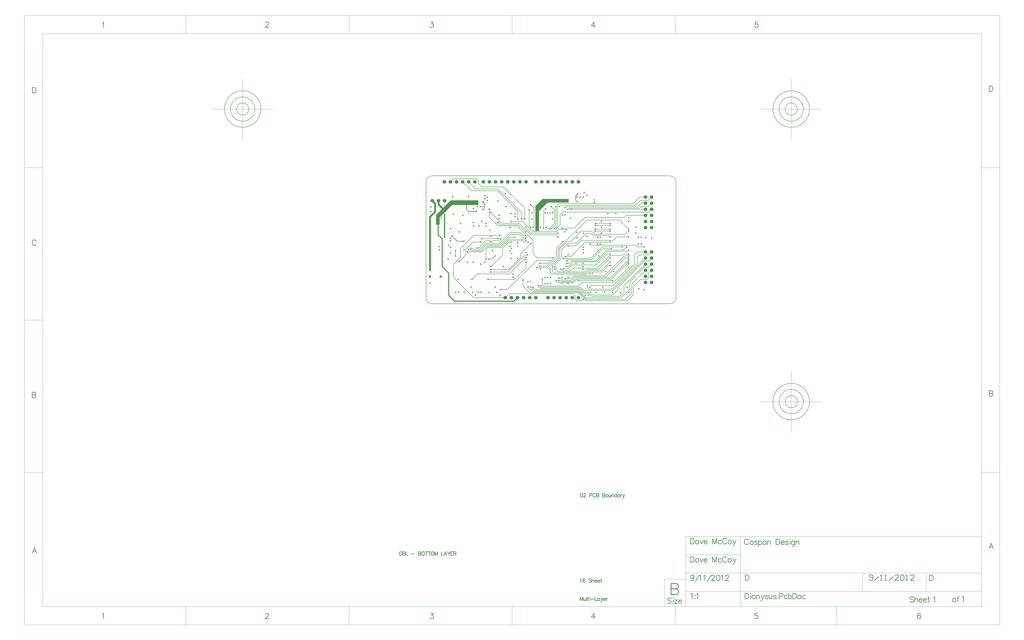
<source format=gbl>
%FSLAX25Y25*%
%MOIN*%
G70*
G01*
G75*
G04 Layer_Physical_Order=4*
G04 Layer_Color=16711680*
%ADD10R,0.02953X0.02559*%
%ADD11R,0.09843X0.03543*%
%ADD12R,0.00984X0.03150*%
%ADD13R,0.02559X0.02953*%
%ADD14R,0.04331X0.12598*%
%ADD15R,0.05906X0.05118*%
%ADD16R,0.02362X0.01969*%
%ADD17R,0.01969X0.02362*%
%ADD18R,0.01772X0.03937*%
%ADD19R,0.02362X0.03937*%
%ADD20R,0.02756X0.01969*%
%ADD21R,0.01969X0.02756*%
%ADD22R,0.07874X0.04724*%
%ADD23O,0.07087X0.01181*%
%ADD24O,0.01181X0.07087*%
%ADD25R,0.05315X0.01575*%
%ADD26R,0.05512X0.06299*%
%ADD27R,0.07087X0.07480*%
%ADD28R,0.05118X0.09055*%
%ADD29R,0.07087X0.11811*%
%ADD30R,0.04921X0.07284*%
%ADD31R,0.07480X0.02835*%
%ADD32R,0.04921X0.01378*%
%ADD33O,0.06102X0.02165*%
%ADD34C,0.00600*%
%ADD35C,0.01000*%
%ADD36C,0.02000*%
%ADD37C,0.03000*%
%ADD38C,0.01500*%
%ADD39C,0.00400*%
%ADD40C,0.00200*%
%ADD41C,0.01400*%
%ADD42C,0.06000*%
%ADD43C,0.03937*%
%ADD44C,0.05906*%
%ADD45C,0.02400*%
%ADD46C,0.04000*%
%ADD47C,0.14900*%
%ADD48C,0.06400*%
G04:AMPARAMS|DCode=49|XSize=80mil|YSize=80mil|CornerRadius=0mil|HoleSize=0mil|Usage=FLASHONLY|Rotation=0.000|XOffset=0mil|YOffset=0mil|HoleType=Round|Shape=Relief|Width=8mil|Gap=10mil|Entries=4|*
%AMTHD49*
7,0,0,0.08000,0.06000,0.00800,45*
%
%ADD49THD49*%
%ADD50C,0.09400*%
%ADD51C,0.03400*%
G04:AMPARAMS|DCode=52|XSize=50mil|YSize=50mil|CornerRadius=0mil|HoleSize=0mil|Usage=FLASHONLY|Rotation=0.000|XOffset=0mil|YOffset=0mil|HoleType=Round|Shape=Relief|Width=8mil|Gap=10mil|Entries=4|*
%AMTHD52*
7,0,0,0.05000,0.03000,0.00800,45*
%
%ADD52THD52*%
G36*
X234800Y166500D02*
X200300D01*
X186300Y152500D01*
Y119900D01*
X180300D01*
Y160900D01*
X192000Y172600D01*
X234800D01*
Y166500D01*
D02*
G37*
G36*
X86400Y162400D02*
X43600D01*
X23300Y142100D01*
Y130100D01*
X17200D01*
Y146100D01*
X41200Y170100D01*
X86400D01*
Y162400D01*
D02*
G37*
D34*
X162800Y139400D02*
Y157500D01*
X128000Y192300D02*
X162800Y157500D01*
X92500Y192300D02*
X128000D01*
X151600Y139400D02*
Y152100D01*
X117800Y185900D02*
X151600Y152100D01*
X75300Y185900D02*
X117800D01*
X87300Y197500D02*
X92500Y192300D01*
X87300Y197500D02*
Y202900D01*
X84700Y205500D02*
X87300Y202900D01*
X45900Y205500D02*
X84700D01*
X157765Y139400D02*
Y150035D01*
X118800Y189000D02*
X157765Y150035D01*
X82200Y189000D02*
X118800D01*
X70800Y200400D02*
X82200Y189000D01*
X60800Y200400D02*
X75300Y185900D01*
X145900Y40400D02*
X164800Y59300D01*
X102700Y40400D02*
X145900D01*
X164800Y59300D02*
Y69000D01*
X134300Y23400D02*
X182500Y71600D01*
X347500Y94000D02*
X358493D01*
X366000Y50600D02*
X370800Y55400D01*
X366000Y42700D02*
Y50600D01*
X363900Y40600D02*
X366000Y42700D01*
X338400Y33000D02*
X360800Y55400D01*
X338400Y18500D02*
Y33000D01*
X335100Y36600D02*
X358700Y60200D01*
X335100Y24600D02*
Y36600D01*
X365600Y60200D02*
X370800Y65400D01*
X358700Y60200D02*
X365600D01*
X350100Y80600D02*
X366000D01*
X347400Y77900D02*
X350100Y80600D01*
X347400Y65600D02*
Y77900D01*
X347200Y85400D02*
X360800D01*
X342700Y80900D02*
X347200Y85400D01*
X342700Y65300D02*
Y80900D01*
X325700Y30300D02*
X360800Y65400D01*
X325700Y20000D02*
Y30300D01*
X315600Y27200D02*
X359000Y70600D01*
X315600Y23800D02*
Y27200D01*
X306600Y14800D02*
X315600Y23800D01*
X366000Y70600D02*
X370800Y75400D01*
X359000Y70600D02*
X366000D01*
X306500Y24700D02*
X347400Y65600D01*
X307700Y22300D02*
X360800Y75400D01*
X260000Y22300D02*
X307700D01*
X254700Y27600D02*
X260000Y22300D01*
X366000Y80600D02*
X370800Y85400D01*
X307800Y30400D02*
X342700Y65300D01*
X353100Y40600D02*
X363900D01*
X341300Y28800D02*
X353100Y40600D01*
X351200Y175400D02*
X360800D01*
X340600Y164800D02*
X351200Y175400D01*
X219000Y164800D02*
X340600D01*
X352400Y170300D02*
X365700D01*
X344300Y162200D02*
X352400Y170300D01*
X221500Y162200D02*
X344300D01*
X365700Y170300D02*
X370800Y175400D01*
X353400Y165400D02*
X360800D01*
X347800Y159800D02*
X353400Y165400D01*
X230700Y159800D02*
X347800D01*
X354300Y160200D02*
X365600D01*
X351600Y157500D02*
X354300Y160200D01*
X235500Y157500D02*
X351600D01*
X365600Y160200D02*
X370800Y165400D01*
X366300Y150900D02*
X370800Y155400D01*
X325800Y142200D02*
X329000Y145400D01*
X360800D01*
X225900Y57400D02*
X233500D01*
X240250Y64150D01*
X224400Y54900D02*
X238400D01*
X221900Y57400D02*
X224400Y54900D01*
X139000Y104000D02*
X160200D01*
X126700Y91700D02*
X139000Y104000D01*
X137900Y106300D02*
X162795D01*
X138100Y109400D02*
X146300D01*
X138800Y113900D02*
X155500D01*
X121900Y97000D02*
X138800Y113900D01*
X160200Y104000D02*
X162700Y101500D01*
X139000Y117700D02*
X155600D01*
X120300Y99000D02*
X139000Y117700D01*
X98721Y103779D02*
X120221D01*
X162795Y106300D02*
X164700Y104395D01*
X161068Y108332D02*
X164700D01*
X155500Y113900D02*
X161068Y108332D01*
X161031Y112269D02*
X164700D01*
X155600Y117700D02*
X161031Y112269D01*
X162800Y115400D02*
X165100D01*
X150100Y128100D02*
X162800Y115400D01*
X119200Y128100D02*
X150100D01*
X153600Y132400D02*
X162900Y123100D01*
X125000Y132400D02*
X153600D01*
X106900Y150500D02*
X125000Y132400D01*
X104700Y142600D02*
X119200Y128100D01*
X161500Y120400D02*
X165700D01*
X151600Y130300D02*
X161500Y120400D01*
X122000Y130300D02*
X151600D01*
X162900Y123100D02*
X166500D01*
X104700Y142600D02*
Y155500D01*
X118700Y133600D02*
X122000Y130300D01*
X108900Y73900D02*
X113900Y78900D01*
X103300Y73900D02*
X108900D01*
X107300Y52500D02*
X135200D01*
X163100Y80400D02*
X167300D01*
X135200Y52500D02*
X163100Y80400D01*
X137444Y49500D02*
X164780Y76836D01*
X193800Y124400D02*
Y153400D01*
X211600Y132200D02*
Y154700D01*
X202800Y123400D02*
X211600Y132200D01*
X213800Y159700D02*
X214000Y159900D01*
X213800Y130500D02*
Y159700D01*
X206700Y123400D02*
X213800Y130500D01*
X216300Y128600D02*
Y162100D01*
X211100Y123400D02*
X216300Y128600D01*
X215600Y124490D02*
X220800Y129690D01*
X176400Y82400D02*
Y104100D01*
X217800Y122100D02*
X231300D01*
X214500Y118800D02*
X217800Y122100D01*
X318000Y138000D02*
X332900Y123100D01*
X345054Y96446D02*
X347500Y94000D01*
X176200Y118800D02*
X214500D01*
X159500Y135500D02*
X176200Y118800D01*
X139900Y135500D02*
X159500D01*
X176662Y125962D02*
X178000Y127300D01*
X268400Y17600D02*
X273400Y12600D01*
X270400Y19700D02*
X275300Y14800D01*
X46100Y65500D02*
X57200Y76600D01*
Y90900D01*
X259600Y19700D02*
X270400D01*
X308600Y35400D02*
X328900Y55700D01*
X256800Y35400D02*
X308600D01*
X328900Y55700D02*
Y61910D01*
X250435Y38400D02*
X307000D01*
X327879Y114500D02*
X333170Y119791D01*
X278200Y119771D02*
X302791D01*
X278200Y122921D02*
X302791D01*
X278550Y129220D02*
X302791D01*
X278550Y132369D02*
X302791D01*
X165700Y120400D02*
X172500Y113600D01*
X173400Y116200D02*
X217500D01*
X166500Y123100D02*
X173400Y116200D01*
X302768Y69400D02*
X302791Y69377D01*
X326126Y78826D02*
X333218D01*
X294200Y46900D02*
X326126Y78826D01*
X327376Y75676D02*
X333218D01*
X296600Y44900D02*
X327376Y75676D01*
X303591Y42900D02*
X333218Y72527D01*
X304841Y41000D02*
X333218Y69377D01*
X328900Y61910D02*
X333218Y66228D01*
X230800Y61857D02*
X234557D01*
X331143Y86200D02*
X333218Y88275D01*
X324700Y88400D02*
X330200Y93900D01*
X313622Y110322D02*
X333218D01*
X304400Y101100D02*
X313622Y110322D01*
X170300Y128350D02*
Y154900D01*
Y128350D02*
X172725Y125925D01*
X159800Y29800D02*
Y39700D01*
X257000Y6100D02*
X258400Y7500D01*
X247500Y6100D02*
X257000D01*
X258800Y17600D02*
X268400D01*
X245500Y8100D02*
Y13200D01*
Y8100D02*
X247500Y6100D01*
X165100Y115400D02*
X176400Y104100D01*
X57200Y90900D02*
X79300Y113000D01*
X122400D01*
X91842Y107258D02*
X118800D01*
X176662Y125962D02*
X176794Y126094D01*
X49300Y79000D02*
Y87500D01*
X191400Y31800D02*
Y41300D01*
Y31800D02*
X193800Y29400D01*
X250800D01*
X256800Y35400D01*
X189300Y29900D02*
X191600Y27600D01*
X254700D01*
X185300Y29900D02*
X189700Y25500D01*
X253800D01*
X259600Y19700D01*
X176300Y27900D02*
X180400Y23800D01*
X252600D01*
X258800Y17600D01*
X172400Y27900D02*
X178400Y21900D01*
X251500D01*
X263200Y10200D01*
X168300Y27900D02*
X175900Y20300D01*
X250900D01*
X263300Y7900D01*
X159800Y29800D02*
X170900Y18700D01*
X250200D01*
X263500Y5400D01*
X241800Y16900D02*
X245500Y13200D01*
X264100Y48900D02*
X267800Y52600D01*
X262700Y50900D02*
X266600Y54800D01*
X288169D01*
X302768Y69400D01*
X267800Y52600D02*
X289200D01*
X299678Y63078D01*
X302791D01*
X260800Y52900D02*
X264800Y56900D01*
X284015D01*
X302791Y75676D01*
X238400Y54900D02*
X242300Y58800D01*
X281400D01*
X302200Y79600D02*
X321400D01*
X323776Y81976D01*
X333218D01*
X280050Y64150D02*
X297876Y81976D01*
X302791D01*
X281400Y58800D02*
X302200Y79600D01*
X240250Y64150D02*
X280050D01*
X298300Y86200D02*
X331143D01*
X297500Y88400D02*
X324700D01*
X290600Y90900D02*
X304800D01*
X290000Y93900D02*
X322800D01*
X264800Y138000D02*
X318000D01*
X238900Y102900D02*
X255700Y119700D01*
X272600D01*
X277800Y114500D01*
X327879D01*
X300813Y112300D02*
X302791Y110322D01*
X275400Y112300D02*
X300813D01*
X247700Y100000D02*
X263800Y116100D01*
X271600D01*
X275400Y112300D01*
X261600Y101100D02*
X304400D01*
X272054Y96446D02*
X345054D01*
X269800Y98700D02*
X272054Y96446D01*
X234557Y61857D02*
X241900Y69200D01*
X281300D01*
X298300Y86200D01*
X235137Y66500D02*
X239537Y70900D01*
X280000D01*
X297500Y88400D01*
X272600Y72900D02*
X290600Y90900D01*
X225800Y74900D02*
X271000D01*
X290000Y93900D01*
X212300Y60895D02*
Y61300D01*
X217300Y52900D02*
X260800D01*
X214800Y55400D02*
X217300Y52900D01*
X214800Y55400D02*
Y58394D01*
X212300Y60895D02*
X214800Y58394D01*
X208158Y61400D02*
X208200Y61358D01*
X204221Y52679D02*
Y57238D01*
Y52679D02*
X208000Y48900D01*
X264100D01*
X208200Y53700D02*
Y61358D01*
Y53700D02*
X211000Y50900D01*
X262700D01*
X172500Y113600D02*
X214201D01*
X212500Y64300D02*
X222600Y74400D01*
Y88700D01*
X233900Y100000D01*
X247700D01*
X232200Y102900D02*
X238900D01*
X219400Y90100D02*
X232200Y102900D01*
X219400Y74400D02*
Y90100D01*
X211600Y66600D02*
X219400Y74400D01*
X182800Y59900D02*
X200300D01*
X204700Y64300D01*
X212500D01*
X187300Y62300D02*
X198900D01*
X203200Y66600D01*
X211600D01*
X217300Y90500D02*
X264800Y138000D01*
X187300Y67000D02*
X200300D01*
X202700Y69400D01*
X217300Y75500D02*
Y90500D01*
X202700Y69400D02*
X211200D01*
X217300Y75500D01*
X182500Y71600D02*
X209100D01*
X214600Y77100D01*
X176400Y82400D02*
X183000Y75800D01*
X209300D01*
X214600Y77100D02*
Y91700D01*
X225350Y102450D01*
X86942Y92000D02*
X98721Y103779D01*
X74547Y89400D02*
X76747Y87200D01*
X70279Y89379D02*
X72900Y92000D01*
X76400D01*
X79400Y89000D01*
X84300Y92000D02*
X86942D01*
X172300Y163300D02*
X178000Y157600D01*
Y127300D02*
Y157600D01*
X223906Y124490D02*
X243990D01*
X261700Y142200D02*
X325800D01*
X243990Y124490D02*
X261700Y142200D01*
X219200Y159900D02*
X221500Y162200D01*
X216300Y162100D02*
X219000Y164800D01*
X206300Y160000D02*
X211600Y154700D01*
X193800Y153400D02*
X197100Y156700D01*
X272400Y30400D02*
X307800D01*
X275300Y14800D02*
X306600D01*
X273400Y12600D02*
X318300D01*
X325700Y20000D01*
X263200Y10200D02*
X320700D01*
X335100Y24600D01*
X263300Y7900D02*
X327800D01*
X338400Y18500D01*
X331400Y5400D02*
X341300Y15300D01*
X263500Y5400D02*
X331400D01*
X341300Y15300D02*
Y28800D01*
X40800Y200400D02*
X45900Y205500D01*
X65900Y80600D02*
Y89900D01*
X55200Y69900D02*
X65900Y80600D01*
X238400Y155400D02*
X360800D01*
X233500Y155500D02*
X235500Y157500D01*
X229000Y158100D02*
X230700Y159800D01*
X220800Y129690D02*
Y146300D01*
X225400Y150900D01*
X366300D01*
X233800Y95400D02*
X246700D01*
X255323Y104023D01*
X302791D01*
X229500Y78000D02*
X238500D01*
X261600Y101100D01*
X214201Y113600D02*
X217500Y110301D01*
X162700Y101500D02*
X168500D01*
X232000Y71000D02*
X233900Y72900D01*
X272600D01*
X231900Y66500D02*
X235137D01*
X214064Y38500D02*
X216964Y35600D01*
X269500Y27500D02*
X272400Y30400D01*
X265500Y26800D02*
X267600Y24700D01*
X306500D01*
X265500Y26800D02*
Y30500D01*
X216964Y35600D02*
X243100D01*
X248500Y41000D01*
X304841D01*
X241500Y37000D02*
X247400Y42900D01*
X303591D01*
X245600Y44900D02*
X296600D01*
X218500Y42500D02*
X221460D01*
X218500Y38500D02*
X221900D01*
X223400Y37000D01*
X241500D01*
X221460Y42500D02*
X225060Y38900D01*
X239600D01*
X245600Y44900D01*
X229000Y41500D02*
X238500D01*
X243900Y46900D01*
X294200D01*
X120221Y103779D02*
X123700Y107258D01*
Y95000D02*
X138100Y109400D01*
X124500Y92900D02*
X137900Y106300D01*
X79400Y89000D02*
X87500D01*
X97500Y99000D01*
X120300D01*
X76747Y87200D02*
X89900D01*
X99700Y97000D01*
X121900D01*
X68800Y85400D02*
X91800D01*
X101400Y95000D01*
X123700D01*
X99300Y74000D02*
Y90200D01*
X102000Y92900D01*
X124500D01*
X155800Y82300D02*
X173000Y99500D01*
X107300Y56900D02*
X136400D01*
X155800Y76300D01*
Y82300D01*
X107250Y61950D02*
X108250D01*
X126700Y80400D01*
Y91700D01*
X65900Y89900D02*
X78000Y102000D01*
X91000D01*
X123100Y23400D02*
X134300D01*
X46100Y43300D02*
Y65500D01*
X199375Y17000D02*
X199475Y16900D01*
X241800D01*
X46100Y43300D02*
X78961Y10439D01*
X130839D01*
X137400Y17000D01*
X199375D01*
X76200Y40400D02*
X85300Y49500D01*
X137444D01*
X400800Y400D02*
G03*
X410800Y10400I0J10000D01*
G01*
Y200400D02*
G03*
X400800Y210400I-10000J0D01*
G01*
X10800D02*
G03*
X800Y200400I0J-10000D01*
G01*
Y10400D02*
G03*
X10800Y400I10000J0D01*
G01*
X-270000Y320000D02*
G03*
X-270000Y320000I-30000J0D01*
G01*
X-280000D02*
G03*
X-280000Y320000I-20000J0D01*
G01*
X-290000D02*
G03*
X-290000Y320000I-10000J0D01*
G01*
X630000D02*
G03*
X630000Y320000I-30000J0D01*
G01*
X620000D02*
G03*
X620000Y320000I-20000J0D01*
G01*
X610000D02*
G03*
X610000Y320000I-10000J0D01*
G01*
X630000Y-160000D02*
G03*
X630000Y-160000I-30000J0D01*
G01*
X620000D02*
G03*
X620000Y-160000I-20000J0D01*
G01*
X610000D02*
G03*
X610000Y-160000I-10000J0D01*
G01*
X10800Y210400D02*
X400800D01*
X410800Y10400D02*
Y200400D01*
X10800Y400D02*
X400800D01*
X800Y10400D02*
Y200400D01*
D35*
X51961Y103300D02*
X62757D01*
X43431Y111831D02*
X51961Y103300D01*
X70400Y152200D02*
X83200D01*
X67300Y155300D02*
X70400Y152200D01*
X67300Y155300D02*
Y164600D01*
X246300Y170700D02*
X249100Y167900D01*
X246300Y170700D02*
Y177400D01*
X249300Y180400D01*
X94100Y155000D02*
X97000Y157900D01*
Y164800D01*
X94300Y167500D02*
X97000Y164800D01*
X-38940Y-407615D02*
X-39226Y-407043D01*
X-39797Y-406472D01*
X-40369Y-406186D01*
X-41511D01*
X-42083Y-406472D01*
X-42654Y-407043D01*
X-42940Y-407615D01*
X-43225Y-408472D01*
Y-409900D01*
X-42940Y-410757D01*
X-42654Y-411328D01*
X-42083Y-411900D01*
X-41511Y-412185D01*
X-40369D01*
X-39797Y-411900D01*
X-39226Y-411328D01*
X-38940Y-410757D01*
Y-409900D01*
X-40369D02*
X-38940D01*
X-37569Y-406186D02*
Y-412185D01*
Y-406186D02*
X-34998D01*
X-34141Y-406472D01*
X-33856Y-406758D01*
X-33570Y-407329D01*
Y-407900D01*
X-33856Y-408472D01*
X-34141Y-408757D01*
X-34998Y-409043D01*
X-37569D02*
X-34998D01*
X-34141Y-409329D01*
X-33856Y-409614D01*
X-33570Y-410186D01*
Y-411043D01*
X-33856Y-411614D01*
X-34141Y-411900D01*
X-34998Y-412185D01*
X-37569D01*
X-32228Y-406186D02*
Y-412185D01*
X-28800D01*
X-23429Y-409614D02*
X-18288D01*
X-11803Y-406186D02*
Y-412185D01*
Y-406186D02*
X-9233D01*
X-8376Y-406472D01*
X-8090Y-406758D01*
X-7804Y-407329D01*
Y-407900D01*
X-8090Y-408472D01*
X-8376Y-408757D01*
X-9233Y-409043D01*
X-11803D02*
X-9233D01*
X-8376Y-409329D01*
X-8090Y-409614D01*
X-7804Y-410186D01*
Y-411043D01*
X-8090Y-411614D01*
X-8376Y-411900D01*
X-9233Y-412185D01*
X-11803D01*
X-4748Y-406186D02*
X-5319Y-406472D01*
X-5890Y-407043D01*
X-6176Y-407615D01*
X-6462Y-408472D01*
Y-409900D01*
X-6176Y-410757D01*
X-5890Y-411328D01*
X-5319Y-411900D01*
X-4748Y-412185D01*
X-3605D01*
X-3034Y-411900D01*
X-2462Y-411328D01*
X-2177Y-410757D01*
X-1891Y-409900D01*
Y-408472D01*
X-2177Y-407615D01*
X-2462Y-407043D01*
X-3034Y-406472D01*
X-3605Y-406186D01*
X-4748D01*
X1508D02*
Y-412185D01*
X-491Y-406186D02*
X3508D01*
X6221D02*
Y-412185D01*
X4222Y-406186D02*
X8221D01*
X10649D02*
X10078Y-406472D01*
X9506Y-407043D01*
X9221Y-407615D01*
X8935Y-408472D01*
Y-409900D01*
X9221Y-410757D01*
X9506Y-411328D01*
X10078Y-411900D01*
X10649Y-412185D01*
X11792D01*
X12363Y-411900D01*
X12934Y-411328D01*
X13220Y-410757D01*
X13506Y-409900D01*
Y-408472D01*
X13220Y-407615D01*
X12934Y-407043D01*
X12363Y-406472D01*
X11792Y-406186D01*
X10649D01*
X14905D02*
Y-412185D01*
Y-406186D02*
X17190Y-412185D01*
X19476Y-406186D02*
X17190Y-412185D01*
X19476Y-406186D02*
Y-412185D01*
X25903Y-406186D02*
Y-412185D01*
X29331D01*
X34558D02*
X32273Y-406186D01*
X29988Y-412185D01*
X30845Y-410186D02*
X33701D01*
X35958Y-406186D02*
X38243Y-409043D01*
Y-412185D01*
X40528Y-406186D02*
X38243Y-409043D01*
X45013Y-406186D02*
X41300D01*
Y-412185D01*
X45013D01*
X41300Y-409043D02*
X43585D01*
X46013Y-406186D02*
Y-412185D01*
Y-406186D02*
X48584D01*
X49441Y-406472D01*
X49726Y-406758D01*
X50012Y-407329D01*
Y-407900D01*
X49726Y-408472D01*
X49441Y-408757D01*
X48584Y-409043D01*
X46013D01*
X48012D02*
X50012Y-412185D01*
X255214Y-310501D02*
X254357Y-310787D01*
X253786Y-311644D01*
X253500Y-313072D01*
Y-313929D01*
X253786Y-315357D01*
X254357Y-316214D01*
X255214Y-316500D01*
X255785D01*
X256642Y-316214D01*
X257213Y-315357D01*
X257499Y-313929D01*
Y-313072D01*
X257213Y-311644D01*
X256642Y-310787D01*
X255785Y-310501D01*
X255214D01*
X259127Y-311930D02*
Y-311644D01*
X259413Y-311073D01*
X259699Y-310787D01*
X260270Y-310501D01*
X261413D01*
X261984Y-310787D01*
X262269Y-311073D01*
X262555Y-311644D01*
Y-312215D01*
X262269Y-312787D01*
X261698Y-313644D01*
X258842Y-316500D01*
X262841D01*
X268897Y-313644D02*
X271468D01*
X272324Y-313358D01*
X272610Y-313072D01*
X272896Y-312501D01*
Y-311644D01*
X272610Y-311073D01*
X272324Y-310787D01*
X271468Y-310501D01*
X268897D01*
Y-316500D01*
X278523Y-311930D02*
X278238Y-311358D01*
X277666Y-310787D01*
X277095Y-310501D01*
X275952D01*
X275381Y-310787D01*
X274810Y-311358D01*
X274524Y-311930D01*
X274238Y-312787D01*
Y-314215D01*
X274524Y-315072D01*
X274810Y-315643D01*
X275381Y-316214D01*
X275952Y-316500D01*
X277095D01*
X277666Y-316214D01*
X278238Y-315643D01*
X278523Y-315072D01*
X280209Y-310501D02*
Y-316500D01*
Y-310501D02*
X282779D01*
X283636Y-310787D01*
X283922Y-311073D01*
X284208Y-311644D01*
Y-312215D01*
X283922Y-312787D01*
X283636Y-313072D01*
X282779Y-313358D01*
X280209D02*
X282779D01*
X283636Y-313644D01*
X283922Y-313929D01*
X284208Y-314500D01*
Y-315357D01*
X283922Y-315929D01*
X283636Y-316214D01*
X282779Y-316500D01*
X280209D01*
X290264Y-310501D02*
Y-316500D01*
Y-310501D02*
X292834D01*
X293691Y-310787D01*
X293977Y-311073D01*
X294263Y-311644D01*
Y-312215D01*
X293977Y-312787D01*
X293691Y-313072D01*
X292834Y-313358D01*
X290264D02*
X292834D01*
X293691Y-313644D01*
X293977Y-313929D01*
X294263Y-314500D01*
Y-315357D01*
X293977Y-315929D01*
X293691Y-316214D01*
X292834Y-316500D01*
X290264D01*
X297034Y-312501D02*
X296462Y-312787D01*
X295891Y-313358D01*
X295605Y-314215D01*
Y-314786D01*
X295891Y-315643D01*
X296462Y-316214D01*
X297034Y-316500D01*
X297890D01*
X298462Y-316214D01*
X299033Y-315643D01*
X299319Y-314786D01*
Y-314215D01*
X299033Y-313358D01*
X298462Y-312787D01*
X297890Y-312501D01*
X297034D01*
X300633D02*
Y-315357D01*
X300918Y-316214D01*
X301490Y-316500D01*
X302347D01*
X302918Y-316214D01*
X303775Y-315357D01*
Y-312501D02*
Y-316500D01*
X305346Y-312501D02*
Y-316500D01*
Y-313644D02*
X306203Y-312787D01*
X306774Y-312501D01*
X307631D01*
X308203Y-312787D01*
X308488Y-313644D01*
Y-316500D01*
X313487Y-310501D02*
Y-316500D01*
Y-313358D02*
X312916Y-312787D01*
X312345Y-312501D01*
X311488D01*
X310916Y-312787D01*
X310345Y-313358D01*
X310059Y-314215D01*
Y-314786D01*
X310345Y-315643D01*
X310916Y-316214D01*
X311488Y-316500D01*
X312345D01*
X312916Y-316214D01*
X313487Y-315643D01*
X318515Y-312501D02*
Y-316500D01*
Y-313358D02*
X317943Y-312787D01*
X317372Y-312501D01*
X316515D01*
X315944Y-312787D01*
X315372Y-313358D01*
X315087Y-314215D01*
Y-314786D01*
X315372Y-315643D01*
X315944Y-316214D01*
X316515Y-316500D01*
X317372D01*
X317943Y-316214D01*
X318515Y-315643D01*
X320114Y-312501D02*
Y-316500D01*
Y-314215D02*
X320400Y-313358D01*
X320971Y-312787D01*
X321543Y-312501D01*
X322399D01*
X323228D02*
X324942Y-316500D01*
X326656Y-312501D02*
X324942Y-316500D01*
X324371Y-317643D01*
X323799Y-318214D01*
X323228Y-318500D01*
X322942D01*
X253500Y-451644D02*
X254071Y-451358D01*
X254928Y-450501D01*
Y-456500D01*
X261327Y-451358D02*
X261041Y-450787D01*
X260184Y-450501D01*
X259613D01*
X258756Y-450787D01*
X258185Y-451644D01*
X257899Y-453072D01*
Y-454500D01*
X258185Y-455643D01*
X258756Y-456214D01*
X259613Y-456500D01*
X259899D01*
X260756Y-456214D01*
X261327Y-455643D01*
X261613Y-454786D01*
Y-454500D01*
X261327Y-453644D01*
X260756Y-453072D01*
X259899Y-452786D01*
X259613D01*
X258756Y-453072D01*
X258185Y-453644D01*
X257899Y-454500D01*
X271639Y-451358D02*
X271068Y-450787D01*
X270211Y-450501D01*
X269068D01*
X268211Y-450787D01*
X267640Y-451358D01*
Y-451930D01*
X267926Y-452501D01*
X268211Y-452786D01*
X268782Y-453072D01*
X270496Y-453644D01*
X271068Y-453929D01*
X271353Y-454215D01*
X271639Y-454786D01*
Y-455643D01*
X271068Y-456214D01*
X270211Y-456500D01*
X269068D01*
X268211Y-456214D01*
X267640Y-455643D01*
X272982Y-450501D02*
Y-456500D01*
Y-453644D02*
X273838Y-452786D01*
X274410Y-452501D01*
X275267D01*
X275838Y-452786D01*
X276124Y-453644D01*
Y-456500D01*
X277695Y-454215D02*
X281123D01*
Y-453644D01*
X280837Y-453072D01*
X280551Y-452786D01*
X279980Y-452501D01*
X279123D01*
X278552Y-452786D01*
X277980Y-453358D01*
X277695Y-454215D01*
Y-454786D01*
X277980Y-455643D01*
X278552Y-456214D01*
X279123Y-456500D01*
X279980D01*
X280551Y-456214D01*
X281123Y-455643D01*
X282408Y-454215D02*
X285836D01*
Y-453644D01*
X285550Y-453072D01*
X285265Y-452786D01*
X284693Y-452501D01*
X283836D01*
X283265Y-452786D01*
X282694Y-453358D01*
X282408Y-454215D01*
Y-454786D01*
X282694Y-455643D01*
X283265Y-456214D01*
X283836Y-456500D01*
X284693D01*
X285265Y-456214D01*
X285836Y-455643D01*
X287978Y-450501D02*
Y-455357D01*
X288264Y-456214D01*
X288835Y-456500D01*
X289407D01*
X287121Y-452501D02*
X289121D01*
X880091Y-480724D02*
X880947Y-480295D01*
X882233Y-479010D01*
Y-488008D01*
X826500Y-444503D02*
Y-453500D01*
X830999D01*
X832498Y-452001D01*
Y-446002D01*
X830999Y-444503D01*
X826500D01*
X833142Y-481708D02*
X833999Y-481280D01*
X835284Y-479994D01*
Y-488992D01*
X-530500Y461284D02*
X-529643Y461713D01*
X-528358Y462998D01*
Y454000D01*
X924500Y357998D02*
Y349000D01*
Y357998D02*
X927499D01*
X928785Y357570D01*
X929642Y356713D01*
X930070Y355856D01*
X930499Y354570D01*
Y352428D01*
X930070Y351142D01*
X929642Y350285D01*
X928785Y349429D01*
X927499Y349000D01*
X924500D01*
X529549Y-387581D02*
X529121Y-386724D01*
X528264Y-385867D01*
X527407Y-385439D01*
X525693D01*
X524836Y-385867D01*
X523979Y-386724D01*
X523551Y-387581D01*
X523122Y-388867D01*
Y-391009D01*
X523551Y-392295D01*
X523979Y-393152D01*
X524836Y-394008D01*
X525693Y-394437D01*
X527407D01*
X528264Y-394008D01*
X529121Y-393152D01*
X529549Y-392295D01*
X534220Y-388438D02*
X533363Y-388867D01*
X532506Y-389724D01*
X532077Y-391009D01*
Y-391866D01*
X532506Y-393152D01*
X533363Y-394008D01*
X534220Y-394437D01*
X535505D01*
X536362Y-394008D01*
X537219Y-393152D01*
X537647Y-391866D01*
Y-391009D01*
X537219Y-389724D01*
X536362Y-388867D01*
X535505Y-388438D01*
X534220D01*
X544332Y-389724D02*
X543903Y-388867D01*
X542618Y-388438D01*
X541332D01*
X540047Y-388867D01*
X539618Y-389724D01*
X540047Y-390581D01*
X540904Y-391009D01*
X543046Y-391438D01*
X543903Y-391866D01*
X544332Y-392723D01*
Y-393152D01*
X543903Y-394008D01*
X542618Y-394437D01*
X541332D01*
X540047Y-394008D01*
X539618Y-393152D01*
X546217Y-388438D02*
Y-397436D01*
Y-389724D02*
X547074Y-388867D01*
X547931Y-388438D01*
X549217D01*
X550073Y-388867D01*
X550930Y-389724D01*
X551359Y-391009D01*
Y-391866D01*
X550930Y-393152D01*
X550073Y-394008D01*
X549217Y-394437D01*
X547931D01*
X547074Y-394008D01*
X546217Y-393152D01*
X558429Y-388438D02*
Y-394437D01*
Y-389724D02*
X557572Y-388867D01*
X556715Y-388438D01*
X555429D01*
X554572Y-388867D01*
X553716Y-389724D01*
X553287Y-391009D01*
Y-391866D01*
X553716Y-393152D01*
X554572Y-394008D01*
X555429Y-394437D01*
X556715D01*
X557572Y-394008D01*
X558429Y-393152D01*
X560828Y-388438D02*
Y-394437D01*
Y-390152D02*
X562114Y-388867D01*
X562971Y-388438D01*
X564256D01*
X565113Y-388867D01*
X565542Y-390152D01*
Y-394437D01*
X574968Y-385439D02*
Y-394437D01*
Y-385439D02*
X577967D01*
X579253Y-385867D01*
X580110Y-386724D01*
X580538Y-387581D01*
X580967Y-388867D01*
Y-391009D01*
X580538Y-392295D01*
X580110Y-393152D01*
X579253Y-394008D01*
X577967Y-394437D01*
X574968D01*
X582981Y-391009D02*
X588122D01*
Y-390152D01*
X587694Y-389295D01*
X587265Y-388867D01*
X586409Y-388438D01*
X585123D01*
X584266Y-388867D01*
X583409Y-389724D01*
X582981Y-391009D01*
Y-391866D01*
X583409Y-393152D01*
X584266Y-394008D01*
X585123Y-394437D01*
X586409D01*
X587265Y-394008D01*
X588122Y-393152D01*
X594764Y-389724D02*
X594335Y-388867D01*
X593050Y-388438D01*
X591764D01*
X590479Y-388867D01*
X590051Y-389724D01*
X590479Y-390581D01*
X591336Y-391009D01*
X593478Y-391438D01*
X594335Y-391866D01*
X594764Y-392723D01*
Y-393152D01*
X594335Y-394008D01*
X593050Y-394437D01*
X591764D01*
X590479Y-394008D01*
X590051Y-393152D01*
X597506Y-385439D02*
X597935Y-385867D01*
X598363Y-385439D01*
X597935Y-385011D01*
X597506Y-385439D01*
X597935Y-388438D02*
Y-394437D01*
X605090Y-388438D02*
Y-395294D01*
X604662Y-396579D01*
X604233Y-397008D01*
X603376Y-397436D01*
X602091D01*
X601234Y-397008D01*
X605090Y-389724D02*
X604233Y-388867D01*
X603376Y-388438D01*
X602091D01*
X601234Y-388867D01*
X600377Y-389724D01*
X599948Y-391009D01*
Y-391866D01*
X600377Y-393152D01*
X601234Y-394008D01*
X602091Y-394437D01*
X603376D01*
X604233Y-394008D01*
X605090Y-393152D01*
X607490Y-388438D02*
Y-394437D01*
Y-390152D02*
X608775Y-388867D01*
X609632Y-388438D01*
X610918D01*
X611774Y-388867D01*
X612203Y-390152D01*
Y-394437D01*
X931356Y-401000D02*
X927928Y-392002D01*
X924500Y-401000D01*
X925785Y-398001D02*
X930070D01*
X-262572Y460856D02*
Y461284D01*
X-262143Y462141D01*
X-261715Y462570D01*
X-260858Y462998D01*
X-259144D01*
X-258287Y462570D01*
X-257858Y462141D01*
X-257430Y461284D01*
Y460427D01*
X-257858Y459570D01*
X-258715Y458285D01*
X-263000Y454000D01*
X-257001D01*
X7857Y462998D02*
X12570D01*
X9999Y459570D01*
X11285D01*
X12142Y459142D01*
X12570Y458713D01*
X12999Y457428D01*
Y456571D01*
X12570Y455285D01*
X11713Y454428D01*
X10428Y454000D01*
X9142D01*
X7857Y454428D01*
X7429Y454857D01*
X7000Y455714D01*
X276285Y462998D02*
X272000Y456999D01*
X278427D01*
X276285Y462998D02*
Y454000D01*
X545142Y462998D02*
X540857D01*
X540428Y459142D01*
X540857Y459570D01*
X542142Y459999D01*
X543428D01*
X544713Y459570D01*
X545570Y458713D01*
X545999Y457428D01*
Y456571D01*
X545570Y455285D01*
X544713Y454428D01*
X543428Y454000D01*
X542142D01*
X540857Y454428D01*
X540428Y454857D01*
X540000Y455714D01*
X-530500Y-508716D02*
X-529643Y-508287D01*
X-528358Y-507002D01*
Y-516000D01*
X-262572Y-509144D02*
Y-508716D01*
X-262143Y-507859D01*
X-261715Y-507430D01*
X-260858Y-507002D01*
X-259144D01*
X-258287Y-507430D01*
X-257858Y-507859D01*
X-257430Y-508716D01*
Y-509573D01*
X-257858Y-510430D01*
X-258715Y-511715D01*
X-263000Y-516000D01*
X-257001D01*
X7857Y-507002D02*
X12570D01*
X9999Y-510430D01*
X11285D01*
X12142Y-510858D01*
X12570Y-511287D01*
X12999Y-512572D01*
Y-513429D01*
X12570Y-514715D01*
X11713Y-515571D01*
X10428Y-516000D01*
X9142D01*
X7857Y-515571D01*
X7429Y-515143D01*
X7000Y-514286D01*
X276285Y-507002D02*
X272000Y-513001D01*
X278427D01*
X276285Y-507002D02*
Y-516000D01*
X544642Y-507002D02*
X540357D01*
X539928Y-510858D01*
X540357Y-510430D01*
X541642Y-510001D01*
X542928D01*
X544213Y-510430D01*
X545070Y-511287D01*
X545499Y-512572D01*
Y-513429D01*
X545070Y-514715D01*
X544213Y-515571D01*
X542928Y-516000D01*
X541642D01*
X540357Y-515571D01*
X539928Y-515143D01*
X539500Y-514286D01*
X728000Y-451501D02*
X729499Y-453000D01*
X732499D01*
X733998Y-451501D01*
Y-445502D01*
X732499Y-444003D01*
X729499D01*
X728000Y-445502D01*
Y-447002D01*
X729499Y-448501D01*
X733998D01*
X736997Y-453000D02*
X742995Y-447002D01*
X745994Y-453000D02*
X748993D01*
X747494D01*
Y-444003D01*
X745994Y-445502D01*
X753492Y-453000D02*
X756491D01*
X754991D01*
Y-444003D01*
X753492Y-445502D01*
X760989Y-453000D02*
X766987Y-447002D01*
X775984Y-453000D02*
X769986D01*
X775984Y-447002D01*
Y-445502D01*
X774485Y-444003D01*
X771486D01*
X769986Y-445502D01*
X778983D02*
X780483Y-444003D01*
X783482D01*
X784982Y-445502D01*
Y-451501D01*
X783482Y-453000D01*
X780483D01*
X778983Y-451501D01*
Y-445502D01*
X787981Y-453000D02*
X790980D01*
X789480D01*
Y-444003D01*
X787981Y-445502D01*
X801476Y-453000D02*
X795478D01*
X801476Y-447002D01*
Y-445502D01*
X799977Y-444003D01*
X796978D01*
X795478Y-445502D01*
X524500Y-444002D02*
Y-453000D01*
Y-444002D02*
X527499D01*
X528785Y-444430D01*
X529642Y-445287D01*
X530070Y-446144D01*
X530499Y-447430D01*
Y-449572D01*
X530070Y-450858D01*
X529642Y-451715D01*
X528785Y-452571D01*
X527499Y-453000D01*
X524500D01*
X800499Y-481287D02*
X799642Y-480430D01*
X798356Y-480002D01*
X796642D01*
X795357Y-480430D01*
X794500Y-481287D01*
Y-482144D01*
X794929Y-483001D01*
X795357Y-483430D01*
X796214Y-483858D01*
X798785Y-484715D01*
X799642Y-485144D01*
X800070Y-485572D01*
X800499Y-486429D01*
Y-487715D01*
X799642Y-488572D01*
X798356Y-489000D01*
X796642D01*
X795357Y-488572D01*
X794500Y-487715D01*
X802513Y-480002D02*
Y-489000D01*
Y-484715D02*
X803798Y-483430D01*
X804655Y-483001D01*
X805940D01*
X806797Y-483430D01*
X807226Y-484715D01*
Y-489000D01*
X809583Y-485572D02*
X814724D01*
Y-484715D01*
X814296Y-483858D01*
X813867Y-483430D01*
X813010Y-483001D01*
X811725D01*
X810868Y-483430D01*
X810011Y-484287D01*
X809583Y-485572D01*
Y-486429D01*
X810011Y-487715D01*
X810868Y-488572D01*
X811725Y-489000D01*
X813010D01*
X813867Y-488572D01*
X814724Y-487715D01*
X816652Y-485572D02*
X821794D01*
Y-484715D01*
X821366Y-483858D01*
X820937Y-483430D01*
X820080Y-483001D01*
X818795D01*
X817938Y-483430D01*
X817081Y-484287D01*
X816652Y-485572D01*
Y-486429D01*
X817081Y-487715D01*
X817938Y-488572D01*
X818795Y-489000D01*
X820080D01*
X820937Y-488572D01*
X821794Y-487715D01*
X825008Y-480002D02*
Y-487286D01*
X825436Y-488572D01*
X826293Y-489000D01*
X827150D01*
X823722Y-483001D02*
X826722D01*
X866642Y-482501D02*
X865785Y-482930D01*
X864929Y-483787D01*
X864500Y-485072D01*
Y-485929D01*
X864929Y-487215D01*
X865785Y-488071D01*
X866642Y-488500D01*
X867928D01*
X868785Y-488071D01*
X869642Y-487215D01*
X870070Y-485929D01*
Y-485072D01*
X869642Y-483787D01*
X868785Y-482930D01*
X867928Y-482501D01*
X866642D01*
X875469Y-479502D02*
X874612D01*
X873755Y-479930D01*
X873327Y-481216D01*
Y-488500D01*
X872041Y-482501D02*
X875041D01*
X434500Y-384502D02*
Y-393500D01*
Y-384502D02*
X437499D01*
X438785Y-384930D01*
X439642Y-385787D01*
X440070Y-386644D01*
X440499Y-387930D01*
Y-390072D01*
X440070Y-391358D01*
X439642Y-392215D01*
X438785Y-393072D01*
X437499Y-393500D01*
X434500D01*
X447654Y-387501D02*
Y-393500D01*
Y-388787D02*
X446797Y-387930D01*
X445940Y-387501D01*
X444655D01*
X443798Y-387930D01*
X442941Y-388787D01*
X442513Y-390072D01*
Y-390929D01*
X442941Y-392215D01*
X443798Y-393072D01*
X444655Y-393500D01*
X445940D01*
X446797Y-393072D01*
X447654Y-392215D01*
X450054Y-387501D02*
X452625Y-393500D01*
X455196Y-387501D02*
X452625Y-393500D01*
X456652Y-390072D02*
X461794D01*
Y-389215D01*
X461366Y-388358D01*
X460937Y-387930D01*
X460080Y-387501D01*
X458795D01*
X457938Y-387930D01*
X457081Y-388787D01*
X456652Y-390072D01*
Y-390929D01*
X457081Y-392215D01*
X457938Y-393072D01*
X458795Y-393500D01*
X460080D01*
X460937Y-393072D01*
X461794Y-392215D01*
X470792Y-384502D02*
Y-393500D01*
Y-384502D02*
X474220Y-393500D01*
X477648Y-384502D02*
X474220Y-393500D01*
X477648Y-384502D02*
Y-393500D01*
X485360Y-388787D02*
X484504Y-387930D01*
X483647Y-387501D01*
X482361D01*
X481504Y-387930D01*
X480647Y-388787D01*
X480219Y-390072D01*
Y-390929D01*
X480647Y-392215D01*
X481504Y-393072D01*
X482361Y-393500D01*
X483647D01*
X484504Y-393072D01*
X485360Y-392215D01*
X493716Y-386644D02*
X493287Y-385787D01*
X492430Y-384930D01*
X491573Y-384502D01*
X489860D01*
X489003Y-384930D01*
X488146Y-385787D01*
X487717Y-386644D01*
X487289Y-387930D01*
Y-390072D01*
X487717Y-391358D01*
X488146Y-392215D01*
X489003Y-393072D01*
X489860Y-393500D01*
X491573D01*
X492430Y-393072D01*
X493287Y-392215D01*
X493716Y-391358D01*
X498386Y-387501D02*
X497529Y-387930D01*
X496672Y-388787D01*
X496244Y-390072D01*
Y-390929D01*
X496672Y-392215D01*
X497529Y-393072D01*
X498386Y-393500D01*
X499672D01*
X500529Y-393072D01*
X501386Y-392215D01*
X501814Y-390929D01*
Y-390072D01*
X501386Y-388787D01*
X500529Y-387930D01*
X499672Y-387501D01*
X498386D01*
X504214D02*
X506784Y-393500D01*
X509355Y-387501D02*
X506784Y-393500D01*
X505928Y-395214D01*
X505071Y-396071D01*
X504214Y-396499D01*
X503785D01*
X434500Y-414502D02*
Y-423500D01*
Y-414502D02*
X437499D01*
X438785Y-414930D01*
X439642Y-415787D01*
X440070Y-416644D01*
X440499Y-417930D01*
Y-420072D01*
X440070Y-421358D01*
X439642Y-422215D01*
X438785Y-423071D01*
X437499Y-423500D01*
X434500D01*
X447654Y-417501D02*
Y-423500D01*
Y-418787D02*
X446797Y-417930D01*
X445940Y-417501D01*
X444655D01*
X443798Y-417930D01*
X442941Y-418787D01*
X442513Y-420072D01*
Y-420929D01*
X442941Y-422215D01*
X443798Y-423071D01*
X444655Y-423500D01*
X445940D01*
X446797Y-423071D01*
X447654Y-422215D01*
X450054Y-417501D02*
X452625Y-423500D01*
X455196Y-417501D02*
X452625Y-423500D01*
X456652Y-420072D02*
X461794D01*
Y-419215D01*
X461366Y-418358D01*
X460937Y-417930D01*
X460080Y-417501D01*
X458795D01*
X457938Y-417930D01*
X457081Y-418787D01*
X456652Y-420072D01*
Y-420929D01*
X457081Y-422215D01*
X457938Y-423071D01*
X458795Y-423500D01*
X460080D01*
X460937Y-423071D01*
X461794Y-422215D01*
X470792Y-414502D02*
Y-423500D01*
Y-414502D02*
X474220Y-423500D01*
X477648Y-414502D02*
X474220Y-423500D01*
X477648Y-414502D02*
Y-423500D01*
X485360Y-418787D02*
X484504Y-417930D01*
X483647Y-417501D01*
X482361D01*
X481504Y-417930D01*
X480647Y-418787D01*
X480219Y-420072D01*
Y-420929D01*
X480647Y-422215D01*
X481504Y-423071D01*
X482361Y-423500D01*
X483647D01*
X484504Y-423071D01*
X485360Y-422215D01*
X493716Y-416644D02*
X493287Y-415787D01*
X492430Y-414930D01*
X491573Y-414502D01*
X489860D01*
X489003Y-414930D01*
X488146Y-415787D01*
X487717Y-416644D01*
X487289Y-417930D01*
Y-420072D01*
X487717Y-421358D01*
X488146Y-422215D01*
X489003Y-423071D01*
X489860Y-423500D01*
X491573D01*
X492430Y-423071D01*
X493287Y-422215D01*
X493716Y-421358D01*
X498386Y-417501D02*
X497529Y-417930D01*
X496672Y-418787D01*
X496244Y-420072D01*
Y-420929D01*
X496672Y-422215D01*
X497529Y-423071D01*
X498386Y-423500D01*
X499672D01*
X500529Y-423071D01*
X501386Y-422215D01*
X501814Y-420929D01*
Y-420072D01*
X501386Y-418787D01*
X500529Y-417930D01*
X499672Y-417501D01*
X498386D01*
X504214D02*
X506784Y-423500D01*
X509355Y-417501D02*
X506784Y-423500D01*
X505928Y-425214D01*
X505071Y-426071D01*
X504214Y-426499D01*
X503785D01*
X440070Y-447501D02*
X439642Y-448787D01*
X438785Y-449644D01*
X437499Y-450072D01*
X437071D01*
X435785Y-449644D01*
X434929Y-448787D01*
X434500Y-447501D01*
Y-447073D01*
X434929Y-445787D01*
X435785Y-444930D01*
X437071Y-444502D01*
X437499D01*
X438785Y-444930D01*
X439642Y-445787D01*
X440070Y-447501D01*
Y-449644D01*
X439642Y-451786D01*
X438785Y-453071D01*
X437499Y-453500D01*
X436642D01*
X435357Y-453071D01*
X434929Y-452215D01*
X442513Y-454785D02*
X448511Y-444502D01*
X449111Y-446216D02*
X449968Y-445787D01*
X451254Y-444502D01*
Y-453500D01*
X455710Y-446216D02*
X456567Y-445787D01*
X457852Y-444502D01*
Y-453500D01*
X462308Y-454785D02*
X468307Y-444502D01*
X469335Y-446644D02*
Y-446216D01*
X469764Y-445359D01*
X470192Y-444930D01*
X471049Y-444502D01*
X472763D01*
X473620Y-444930D01*
X474049Y-445359D01*
X474477Y-446216D01*
Y-447073D01*
X474049Y-447930D01*
X473192Y-449215D01*
X468907Y-453500D01*
X474906D01*
X479490Y-444502D02*
X478205Y-444930D01*
X477348Y-446216D01*
X476920Y-448358D01*
Y-449644D01*
X477348Y-451786D01*
X478205Y-453071D01*
X479490Y-453500D01*
X480347D01*
X481633Y-453071D01*
X482490Y-451786D01*
X482918Y-449644D01*
Y-448358D01*
X482490Y-446216D01*
X481633Y-444930D01*
X480347Y-444502D01*
X479490D01*
X484932Y-446216D02*
X485789Y-445787D01*
X487075Y-444502D01*
Y-453500D01*
X491959Y-446644D02*
Y-446216D01*
X492388Y-445359D01*
X492816Y-444930D01*
X493673Y-444502D01*
X495387D01*
X496244Y-444930D01*
X496672Y-445359D01*
X497101Y-446216D01*
Y-447073D01*
X496672Y-447930D01*
X495816Y-449215D01*
X491531Y-453500D01*
X497529D01*
X402999Y-483287D02*
X402142Y-482430D01*
X400856Y-482002D01*
X399142D01*
X397857Y-482430D01*
X397000Y-483287D01*
Y-484144D01*
X397428Y-485001D01*
X397857Y-485430D01*
X398714Y-485858D01*
X401285Y-486715D01*
X402142Y-487144D01*
X402570Y-487572D01*
X402999Y-488429D01*
Y-489715D01*
X402142Y-490571D01*
X400856Y-491000D01*
X399142D01*
X397857Y-490571D01*
X397000Y-489715D01*
X405869Y-482002D02*
X406298Y-482430D01*
X406727Y-482002D01*
X406298Y-481573D01*
X405869Y-482002D01*
X406298Y-485001D02*
Y-491000D01*
X413025Y-485001D02*
X408312Y-491000D01*
Y-485001D02*
X413025D01*
X408312Y-491000D02*
X413025D01*
X414911Y-487572D02*
X420052D01*
Y-486715D01*
X419624Y-485858D01*
X419195Y-485430D01*
X418338Y-485001D01*
X417053D01*
X416196Y-485430D01*
X415339Y-486287D01*
X414911Y-487572D01*
Y-488429D01*
X415339Y-489715D01*
X416196Y-490571D01*
X417053Y-491000D01*
X418338D01*
X419195Y-490571D01*
X420052Y-489715D01*
X435000Y-476216D02*
X435857Y-475787D01*
X437142Y-474502D01*
Y-483500D01*
X442027Y-477501D02*
X441599Y-477930D01*
X442027Y-478358D01*
X442456Y-477930D01*
X442027Y-477501D01*
Y-482643D02*
X441599Y-483072D01*
X442027Y-483500D01*
X442456Y-483072D01*
X442027Y-482643D01*
X444427Y-476216D02*
X445284Y-475787D01*
X446569Y-474502D01*
Y-483500D01*
X524000Y-474502D02*
Y-483500D01*
Y-474502D02*
X526999D01*
X528285Y-474930D01*
X529142Y-475787D01*
X529570Y-476644D01*
X529999Y-477930D01*
Y-480072D01*
X529570Y-481358D01*
X529142Y-482215D01*
X528285Y-483072D01*
X526999Y-483500D01*
X524000D01*
X532869Y-474502D02*
X533298Y-474930D01*
X533727Y-474502D01*
X533298Y-474073D01*
X532869Y-474502D01*
X533298Y-477501D02*
Y-483500D01*
X537454Y-477501D02*
X536597Y-477930D01*
X535740Y-478787D01*
X535312Y-480072D01*
Y-480929D01*
X535740Y-482215D01*
X536597Y-483072D01*
X537454Y-483500D01*
X538740D01*
X539597Y-483072D01*
X540454Y-482215D01*
X540882Y-480929D01*
Y-480072D01*
X540454Y-478787D01*
X539597Y-477930D01*
X538740Y-477501D01*
X537454D01*
X542853D02*
Y-483500D01*
Y-479215D02*
X544138Y-477930D01*
X544995Y-477501D01*
X546281D01*
X547138Y-477930D01*
X547566Y-479215D01*
Y-483500D01*
X550351Y-477501D02*
X552922Y-483500D01*
X555493Y-477501D02*
X552922Y-483500D01*
X552065Y-485214D01*
X551208Y-486071D01*
X550351Y-486499D01*
X549923D01*
X561706Y-478787D02*
X561278Y-477930D01*
X559992Y-477501D01*
X558707D01*
X557421Y-477930D01*
X556993Y-478787D01*
X557421Y-479644D01*
X558278Y-480072D01*
X560421Y-480501D01*
X561278Y-480929D01*
X561706Y-481786D01*
Y-482215D01*
X561278Y-483072D01*
X559992Y-483500D01*
X558707D01*
X557421Y-483072D01*
X556993Y-482215D01*
X563591Y-477501D02*
Y-481786D01*
X564020Y-483072D01*
X564877Y-483500D01*
X566162D01*
X567019Y-483072D01*
X568305Y-481786D01*
Y-477501D02*
Y-483500D01*
X575375Y-478787D02*
X574946Y-477930D01*
X573661Y-477501D01*
X572375D01*
X571090Y-477930D01*
X570661Y-478787D01*
X571090Y-479644D01*
X571947Y-480072D01*
X574089Y-480501D01*
X574946Y-480929D01*
X575375Y-481786D01*
Y-482215D01*
X574946Y-483072D01*
X573661Y-483500D01*
X572375D01*
X571090Y-483072D01*
X570661Y-482215D01*
X577689Y-482643D02*
X577260Y-483072D01*
X577689Y-483500D01*
X578117Y-483072D01*
X577689Y-482643D01*
X580088Y-479215D02*
X583944D01*
X585230Y-478787D01*
X585658Y-478358D01*
X586087Y-477501D01*
Y-476216D01*
X585658Y-475359D01*
X585230Y-474930D01*
X583944Y-474502D01*
X580088D01*
Y-483500D01*
X593242Y-478787D02*
X592385Y-477930D01*
X591528Y-477501D01*
X590243D01*
X589386Y-477930D01*
X588529Y-478787D01*
X588101Y-480072D01*
Y-480929D01*
X588529Y-482215D01*
X589386Y-483072D01*
X590243Y-483500D01*
X591528D01*
X592385Y-483072D01*
X593242Y-482215D01*
X595170Y-474502D02*
Y-483500D01*
Y-478787D02*
X596027Y-477930D01*
X596884Y-477501D01*
X598170D01*
X599027Y-477930D01*
X599884Y-478787D01*
X600312Y-480072D01*
Y-480929D01*
X599884Y-482215D01*
X599027Y-483072D01*
X598170Y-483500D01*
X596884D01*
X596027Y-483072D01*
X595170Y-482215D01*
X602240Y-474502D02*
Y-483500D01*
Y-474502D02*
X605240D01*
X606525Y-474930D01*
X607382Y-475787D01*
X607811Y-476644D01*
X608239Y-477930D01*
Y-480072D01*
X607811Y-481358D01*
X607382Y-482215D01*
X606525Y-483072D01*
X605240Y-483500D01*
X602240D01*
X612395Y-477501D02*
X611538Y-477930D01*
X610681Y-478787D01*
X610253Y-480072D01*
Y-480929D01*
X610681Y-482215D01*
X611538Y-483072D01*
X612395Y-483500D01*
X613681D01*
X614538Y-483072D01*
X615395Y-482215D01*
X615823Y-480929D01*
Y-480072D01*
X615395Y-478787D01*
X614538Y-477930D01*
X613681Y-477501D01*
X612395D01*
X622936Y-478787D02*
X622079Y-477930D01*
X621222Y-477501D01*
X619937D01*
X619080Y-477930D01*
X618223Y-478787D01*
X617794Y-480072D01*
Y-480929D01*
X618223Y-482215D01*
X619080Y-483072D01*
X619937Y-483500D01*
X621222D01*
X622079Y-483072D01*
X622936Y-482215D01*
X812142Y-508287D02*
X811713Y-507430D01*
X810428Y-507002D01*
X809571D01*
X808285Y-507430D01*
X807428Y-508716D01*
X807000Y-510858D01*
Y-513001D01*
X807428Y-514715D01*
X808285Y-515571D01*
X809571Y-516000D01*
X809999D01*
X811285Y-515571D01*
X812142Y-514715D01*
X812570Y-513429D01*
Y-513001D01*
X812142Y-511715D01*
X811285Y-510858D01*
X809999Y-510430D01*
X809571D01*
X808285Y-510858D01*
X807428Y-511715D01*
X807000Y-513001D01*
X-645000Y355498D02*
Y346500D01*
Y355498D02*
X-642001D01*
X-640715Y355070D01*
X-639858Y354213D01*
X-639430Y353356D01*
X-639001Y352070D01*
Y349928D01*
X-639430Y348642D01*
X-639858Y347785D01*
X-640715Y346929D01*
X-642001Y346500D01*
X-645000D01*
X-639073Y103356D02*
X-639501Y104213D01*
X-640358Y105070D01*
X-641215Y105498D01*
X-642929D01*
X-643786Y105070D01*
X-644643Y104213D01*
X-645072Y103356D01*
X-645500Y102070D01*
Y99928D01*
X-645072Y98642D01*
X-644643Y97785D01*
X-643786Y96929D01*
X-642929Y96500D01*
X-641215D01*
X-640358Y96929D01*
X-639501Y97785D01*
X-639073Y98642D01*
X-645500Y-144502D02*
Y-153500D01*
Y-144502D02*
X-641644D01*
X-640358Y-144930D01*
X-639930Y-145359D01*
X-639501Y-146216D01*
Y-147073D01*
X-639930Y-147930D01*
X-640358Y-148358D01*
X-641644Y-148787D01*
X-645500D02*
X-641644D01*
X-640358Y-149215D01*
X-639930Y-149644D01*
X-639501Y-150501D01*
Y-151786D01*
X-639930Y-152643D01*
X-640358Y-153071D01*
X-641644Y-153500D01*
X-645500D01*
X-638144Y-408500D02*
X-641572Y-399502D01*
X-645000Y-408500D01*
X-643715Y-405501D02*
X-639430D01*
X924500Y-142002D02*
Y-151000D01*
Y-142002D02*
X928356D01*
X929642Y-142430D01*
X930070Y-142859D01*
X930499Y-143716D01*
Y-144573D01*
X930070Y-145430D01*
X929642Y-145858D01*
X928356Y-146287D01*
X924500D02*
X928356D01*
X929642Y-146715D01*
X930070Y-147144D01*
X930499Y-148001D01*
Y-149286D01*
X930070Y-150143D01*
X929642Y-150572D01*
X928356Y-151000D01*
X924500D01*
X253500Y-480401D02*
Y-486400D01*
Y-480401D02*
X255785Y-486400D01*
X258070Y-480401D02*
X255785Y-486400D01*
X258070Y-480401D02*
Y-486400D01*
X259784Y-482401D02*
Y-485257D01*
X260070Y-486114D01*
X260641Y-486400D01*
X261498D01*
X262070Y-486114D01*
X262927Y-485257D01*
Y-482401D02*
Y-486400D01*
X264498Y-480401D02*
Y-486400D01*
X266612Y-480401D02*
Y-485257D01*
X266897Y-486114D01*
X267468Y-486400D01*
X268040D01*
X265755Y-482401D02*
X267754D01*
X269468Y-480401D02*
X269754Y-480687D01*
X270039Y-480401D01*
X269754Y-480116D01*
X269468Y-480401D01*
X269754Y-482401D02*
Y-486400D01*
X271096Y-483829D02*
X276238D01*
X278009Y-480401D02*
Y-486400D01*
X281437D01*
X285522Y-482401D02*
Y-486400D01*
Y-483258D02*
X284950Y-482687D01*
X284379Y-482401D01*
X283522D01*
X282951Y-482687D01*
X282380Y-483258D01*
X282094Y-484115D01*
Y-484686D01*
X282380Y-485543D01*
X282951Y-486114D01*
X283522Y-486400D01*
X284379D01*
X284950Y-486114D01*
X285522Y-485543D01*
X287407Y-482401D02*
X289121Y-486400D01*
X290835Y-482401D02*
X289121Y-486400D01*
X288550Y-487543D01*
X287978Y-488114D01*
X287407Y-488400D01*
X287121D01*
X291835Y-484115D02*
X295263D01*
Y-483543D01*
X294977Y-482972D01*
X294691Y-482687D01*
X294120Y-482401D01*
X293263D01*
X292692Y-482687D01*
X292120Y-483258D01*
X291835Y-484115D01*
Y-484686D01*
X292120Y-485543D01*
X292692Y-486114D01*
X293263Y-486400D01*
X294120D01*
X294691Y-486114D01*
X295263Y-485543D01*
X296548Y-482401D02*
Y-486400D01*
Y-484115D02*
X296834Y-483258D01*
X297405Y-482687D01*
X297976Y-482401D01*
X298833D01*
D36*
X31300Y109200D02*
Y146900D01*
D37*
X7092Y55400D02*
Y143192D01*
X15500Y151600D01*
Y165300D01*
X11300Y169500D02*
X15500Y165300D01*
X21300Y163400D02*
X30400Y154300D01*
X21300Y163400D02*
Y169500D01*
D38*
X27100Y61500D02*
X37800Y50800D01*
X27100Y61500D02*
Y107400D01*
X20600Y113900D02*
X27100Y107400D01*
X20600Y113900D02*
Y131200D01*
X145300Y4900D02*
X150800Y10400D01*
X37800Y14600D02*
Y50800D01*
Y14600D02*
X47500Y4900D01*
X145300D01*
D39*
X-300000Y320000D02*
X-250000D01*
X-350000D02*
X-300000D01*
Y370000D01*
Y270000D02*
Y320000D01*
X600000D02*
X650000D01*
X550000D02*
X600000D01*
Y370000D01*
Y270000D02*
Y320000D01*
Y-160000D02*
Y-110000D01*
Y-210000D02*
Y-160000D01*
X650000D01*
X550000D02*
X600000D01*
D40*
X-628000Y444000D02*
X912000D01*
X517000Y-381000D02*
X912000D01*
X392000Y-496000D02*
Y-451000D01*
X427000D01*
Y-496000D02*
Y-381000D01*
X517000Y-496000D02*
Y-381000D01*
X717000Y-471000D02*
Y-441000D01*
X822000Y-471000D02*
Y-441000D01*
X427000Y-381000D02*
X517000D01*
X427000Y-441000D02*
X912000D01*
X427000Y-471000D02*
X912000D01*
X427000Y-411000D02*
X517000D01*
X674500Y-526000D02*
Y-496000D01*
X409500Y-526000D02*
Y-496000D01*
X-125500Y-526000D02*
Y-496000D01*
X142000Y-526000D02*
Y-496000D01*
X-393000Y-526000D02*
Y-496000D01*
X409500Y444000D02*
Y474000D01*
X-125500Y444000D02*
Y474000D01*
X142000Y444000D02*
Y474000D01*
X912000Y224000D02*
X942000D01*
X912000Y-276000D02*
X942000D01*
X-393000Y444000D02*
Y474000D01*
X-658000Y224000D02*
X-628000D01*
X-658000Y-276000D02*
X-628000D01*
X912000Y-496000D02*
Y444000D01*
X-658000Y-26000D02*
X-628000D01*
Y-496000D02*
X912000D01*
X-628000D02*
Y444000D01*
X-658000Y-526000D02*
X942000D01*
Y474000D01*
X-658000D02*
X942000D01*
X-658000Y-526000D02*
Y474000D01*
D41*
X403000Y-458504D02*
Y-476500D01*
Y-458504D02*
X410713D01*
X413283Y-459361D01*
X414141Y-460218D01*
X414997Y-461932D01*
Y-463646D01*
X414141Y-465359D01*
X413283Y-466217D01*
X410713Y-467073D01*
X403000D02*
X410713D01*
X413283Y-467930D01*
X414141Y-468787D01*
X414997Y-470501D01*
Y-473072D01*
X414141Y-474786D01*
X413283Y-475643D01*
X410713Y-476500D01*
X403000D01*
D42*
X164800Y200400D02*
D03*
X154800D02*
D03*
X144800D02*
D03*
X134800D02*
D03*
X124800D02*
D03*
X114800D02*
D03*
X104800D02*
D03*
X94800D02*
D03*
X11300Y169500D02*
D03*
X21300D02*
D03*
X31300D02*
D03*
X80800Y200400D02*
D03*
X70800D02*
D03*
X60800D02*
D03*
X50800D02*
D03*
X40800D02*
D03*
X30800D02*
D03*
X200800Y10400D02*
D03*
X210800D02*
D03*
X220800D02*
D03*
X230800D02*
D03*
X240800D02*
D03*
X250800D02*
D03*
Y200400D02*
D03*
X240800D02*
D03*
X230800D02*
D03*
X220800D02*
D03*
X210800D02*
D03*
X200800D02*
D03*
X190800D02*
D03*
X180800D02*
D03*
Y10400D02*
D03*
X170800D02*
D03*
X160800D02*
D03*
X150800D02*
D03*
X140800D02*
D03*
X130800D02*
D03*
D43*
X24816Y45147D02*
D03*
X7100D02*
D03*
D44*
X360800Y85400D02*
D03*
Y75400D02*
D03*
Y65400D02*
D03*
Y35400D02*
D03*
Y45400D02*
D03*
Y55400D02*
D03*
X370800D02*
D03*
Y45400D02*
D03*
Y35400D02*
D03*
Y65400D02*
D03*
Y75400D02*
D03*
Y85400D02*
D03*
Y175400D02*
D03*
Y165400D02*
D03*
Y155400D02*
D03*
Y125400D02*
D03*
Y135400D02*
D03*
Y145400D02*
D03*
X360800D02*
D03*
Y135400D02*
D03*
Y125400D02*
D03*
Y155400D02*
D03*
Y165400D02*
D03*
Y175400D02*
D03*
D45*
X130800Y180900D02*
D03*
X118800Y169335D02*
D03*
X162800Y139400D02*
D03*
X157765D02*
D03*
X151600D02*
D03*
X146735Y143500D02*
D03*
X82100Y14400D02*
D03*
X123100Y23400D02*
D03*
X86100Y19400D02*
D03*
X90835D02*
D03*
X122100Y14400D02*
D03*
X7100Y55400D02*
D03*
X212100Y57400D02*
D03*
X221900D02*
D03*
X140300Y74900D02*
D03*
X41300Y123900D02*
D03*
X176300Y27900D02*
D03*
X204800Y33500D02*
D03*
X200300Y33432D02*
D03*
X195800Y33500D02*
D03*
X200284Y43400D02*
D03*
X208158Y61400D02*
D03*
X212300Y61300D02*
D03*
X195800Y43400D02*
D03*
X191400Y41300D02*
D03*
X107250Y61950D02*
D03*
X107300Y56900D02*
D03*
Y52500D02*
D03*
X173000Y99500D02*
D03*
X168500Y101500D02*
D03*
X141300Y91100D02*
D03*
X150916Y74868D02*
D03*
X164700Y72899D02*
D03*
X213800Y159900D02*
D03*
X206300Y160000D02*
D03*
X204300Y149800D02*
D03*
X200284Y149604D02*
D03*
X202800Y123400D02*
D03*
X307000Y19200D02*
D03*
X262142Y14688D02*
D03*
X259300Y116300D02*
D03*
X54100Y19400D02*
D03*
X231300Y122100D02*
D03*
X286700Y98600D02*
D03*
X37500Y96700D02*
D03*
X97637Y68800D02*
D03*
X206700Y123400D02*
D03*
X204800Y43400D02*
D03*
X40800Y83900D02*
D03*
X188500Y57400D02*
D03*
X91800Y135900D02*
D03*
X132152Y160048D02*
D03*
X293500Y19100D02*
D03*
X290843Y27761D02*
D03*
X279900Y19100D02*
D03*
X104243Y19061D02*
D03*
X116758Y19139D02*
D03*
X258300Y61100D02*
D03*
Y67000D02*
D03*
X31300Y147300D02*
D03*
Y109200D02*
D03*
X7100Y34239D02*
D03*
X44535Y175900D02*
D03*
X70500D02*
D03*
X307000Y38400D02*
D03*
X288440Y116621D02*
D03*
X302791Y122921D02*
D03*
X278200D02*
D03*
X288400Y126200D02*
D03*
X302791Y132369D02*
D03*
X278550D02*
D03*
X288440Y135519D02*
D03*
X233500Y155500D02*
D03*
X238400Y155400D02*
D03*
X330200Y93900D02*
D03*
X304800Y90900D02*
D03*
X322800Y93900D02*
D03*
X233800Y95400D02*
D03*
X225900Y57400D02*
D03*
X333218Y66228D02*
D03*
Y69377D02*
D03*
Y72527D02*
D03*
Y75676D02*
D03*
Y78826D02*
D03*
Y81976D02*
D03*
Y88275D02*
D03*
Y110322D02*
D03*
X302791Y63078D02*
D03*
Y69377D02*
D03*
Y75676D02*
D03*
Y81976D02*
D03*
X295957Y53498D02*
D03*
X302791Y110322D02*
D03*
X278200Y119771D02*
D03*
X302791D02*
D03*
X278550Y129220D02*
D03*
X302791D02*
D03*
X333170Y119791D02*
D03*
X333218Y122921D02*
D03*
X232000Y71000D02*
D03*
X204200Y57400D02*
D03*
X214064Y38500D02*
D03*
X218500D02*
D03*
X229000Y41500D02*
D03*
X218500Y42500D02*
D03*
X187300Y67000D02*
D03*
Y62300D02*
D03*
X231900Y66500D02*
D03*
X250435Y38400D02*
D03*
X223906Y33400D02*
D03*
X238300Y140900D02*
D03*
X217500Y116200D02*
D03*
X299318Y148412D02*
D03*
X228855Y146268D02*
D03*
X189300Y29900D02*
D03*
X172400Y27900D02*
D03*
X168300D02*
D03*
X159800Y39700D02*
D03*
X164780Y76836D02*
D03*
X167300Y80400D02*
D03*
X103300Y73900D02*
D03*
X113900Y78900D02*
D03*
X164700Y104395D02*
D03*
X99300Y74000D02*
D03*
X146300Y109400D02*
D03*
X164700Y108332D02*
D03*
X84300Y92000D02*
D03*
X123700Y107258D02*
D03*
X269500Y27500D02*
D03*
X265500Y30500D02*
D03*
X258400Y7500D02*
D03*
X224863Y146268D02*
D03*
X358493Y94000D02*
D03*
X223906Y124490D02*
D03*
X215600D02*
D03*
X229000Y158100D02*
D03*
X219200Y159900D02*
D03*
X118700Y133600D02*
D03*
X139900Y135500D02*
D03*
X106900Y150500D02*
D03*
X104700Y155500D02*
D03*
X164700Y112269D02*
D03*
X211100Y123400D02*
D03*
X197100Y156700D02*
D03*
X193800Y124400D02*
D03*
X170300Y154900D02*
D03*
X176662Y125962D02*
D03*
X172725Y125925D02*
D03*
X164800Y69000D02*
D03*
X74547Y89400D02*
D03*
X70279Y89379D02*
D03*
X68800Y85400D02*
D03*
X91000Y102000D02*
D03*
X91842Y107258D02*
D03*
X143400Y49300D02*
D03*
X143400Y44300D02*
D03*
X265000Y111200D02*
D03*
X230800Y61857D02*
D03*
X267077Y14626D02*
D03*
X319861Y19039D02*
D03*
X330804Y27700D02*
D03*
X333461Y19039D02*
D03*
X258300Y56400D02*
D03*
X234001Y80773D02*
D03*
X188473Y126200D02*
D03*
X164851D02*
D03*
X164700Y118175D02*
D03*
X233749Y33400D02*
D03*
X208158Y149800D02*
D03*
X174694D02*
D03*
X140209Y101091D02*
D03*
X138491Y94600D02*
D03*
X174650Y139209D02*
D03*
X208115D02*
D03*
X246909Y67037D02*
D03*
X233792Y43991D02*
D03*
X223950D02*
D03*
X198325Y126120D02*
D03*
X151691Y94509D02*
D03*
X150500Y101000D02*
D03*
X164780Y84720D02*
D03*
X248685Y108659D02*
D03*
Y117848D02*
D03*
X196309Y149604D02*
D03*
X138491Y87691D02*
D03*
X141300Y83700D02*
D03*
X167776Y36931D02*
D03*
X171768D02*
D03*
X370831Y109031D02*
D03*
X360831D02*
D03*
X349832Y24763D02*
D03*
X358169Y23400D02*
D03*
X120500Y140500D02*
D03*
X120600Y145500D02*
D03*
X140700Y148600D02*
D03*
X284084Y78900D02*
D03*
X273468Y50068D02*
D03*
X269500Y50000D02*
D03*
X78100Y133800D02*
D03*
X61300Y145900D02*
D03*
X45400Y148000D02*
D03*
X105500Y121300D02*
D03*
X99100Y127900D02*
D03*
Y132400D02*
D03*
X78158Y68700D02*
D03*
X68968D02*
D03*
X107200Y110869D02*
D03*
Y101680D02*
D03*
X78811Y128100D02*
D03*
X88000D02*
D03*
X90600Y65400D02*
D03*
X8770Y151961D02*
D03*
X8770Y159639D02*
D03*
X26200Y140900D02*
D03*
X57569Y132269D02*
D03*
X63300Y103300D02*
D03*
X55600Y118600D02*
D03*
X40832Y108069D02*
D03*
X40800Y104100D02*
D03*
X63300Y89500D02*
D03*
X49300Y87500D02*
D03*
X40800Y93200D02*
D03*
X333218Y59928D02*
D03*
Y135519D02*
D03*
Y141818D02*
D03*
X345230Y126070D02*
D03*
X345221Y116621D02*
D03*
X349309Y109500D02*
D03*
X353809D02*
D03*
Y98546D02*
D03*
X349309D02*
D03*
X308751Y53498D02*
D03*
X312069Y148461D02*
D03*
X282200Y98600D02*
D03*
Y109500D02*
D03*
X286700D02*
D03*
X53500Y40400D02*
D03*
X127800Y61665D02*
D03*
X102700Y40400D02*
D03*
X76200D02*
D03*
X49516Y19376D02*
D03*
X114100Y27800D02*
D03*
X77300Y19100D02*
D03*
X74642Y27761D02*
D03*
X63700Y19100D02*
D03*
X185300Y29900D02*
D03*
X302791Y104023D02*
D03*
X269800Y98700D02*
D03*
X225800Y74900D02*
D03*
X229500Y78000D02*
D03*
X258800Y84300D02*
D03*
X217500Y110301D02*
D03*
X182800Y59900D02*
D03*
X209300Y75800D02*
D03*
X228500Y118500D02*
D03*
X225400Y102400D02*
D03*
X43431Y111831D02*
D03*
X55200Y69900D02*
D03*
X118800Y107258D02*
D03*
X122300Y113000D02*
D03*
X49300Y79000D02*
D03*
X109900Y87532D02*
D03*
X172300Y163300D02*
D03*
X277000Y167000D02*
D03*
Y171000D02*
D03*
X265000Y178700D02*
D03*
X260200Y183200D02*
D03*
X249100Y167900D02*
D03*
X249300Y180400D02*
D03*
X101200Y175000D02*
D03*
Y169800D02*
D03*
X97600Y172400D02*
D03*
Y177600D02*
D03*
X94100Y155000D02*
D03*
X94300Y167500D02*
D03*
X83200Y152200D02*
D03*
X78400Y156700D02*
D03*
X67300Y163900D02*
D03*
Y168500D02*
D03*
X227800Y167900D02*
D03*
Y171400D02*
D03*
X231800D02*
D03*
X231700Y167900D02*
D03*
X183400Y121500D02*
D03*
Y125800D02*
D03*
X37135Y73900D02*
D03*
X22800Y94100D02*
D03*
X138800Y125400D02*
D03*
X146735Y147400D02*
D03*
X22800Y89200D02*
D03*
X258800Y93269D02*
D03*
Y89268D02*
D03*
X248900Y175400D02*
D03*
X94300Y160000D02*
D03*
X85000D02*
D03*
X90000D02*
D03*
X259000Y175400D02*
D03*
X253500D02*
D03*
M02*

</source>
